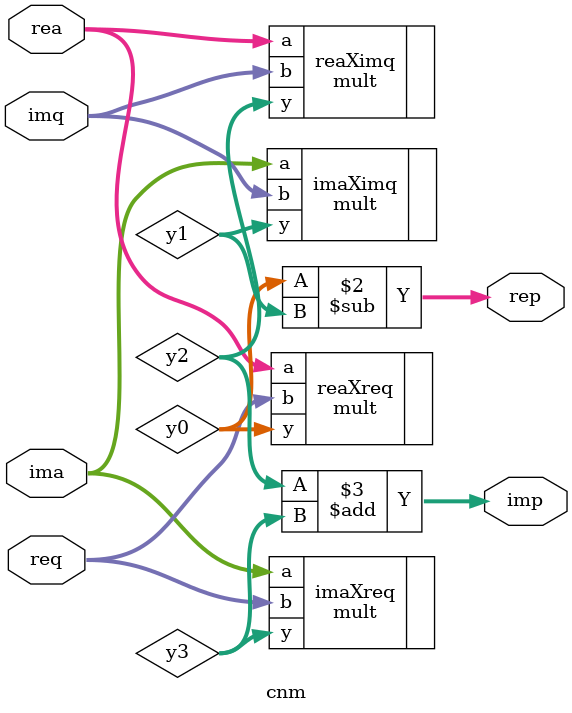
<source format=sv>
	module cnm(rep,imp,rea,ima,req,imq); //8-bit multiplier

	output logic signed[15:0] rep, imp;
	input  logic signed[7:0] rea, req, ima, imq;
	
	logic signed[15:0] y0,y1,y2,y3;
	
	mult reaXreq (.y(y0), .a(rea), .b(req));
	mult imaXimq (.y(y1), .a(ima), .b(imq));
	mult reaXimq (.y(y2), .a(rea), .b(imq));
	mult imaXreq (.y(y3), .a(ima), .b(req));
	
	always_comb
		begin
			rep = y0-y1;
			imp = y2+y3;
		end
endmodule
</source>
